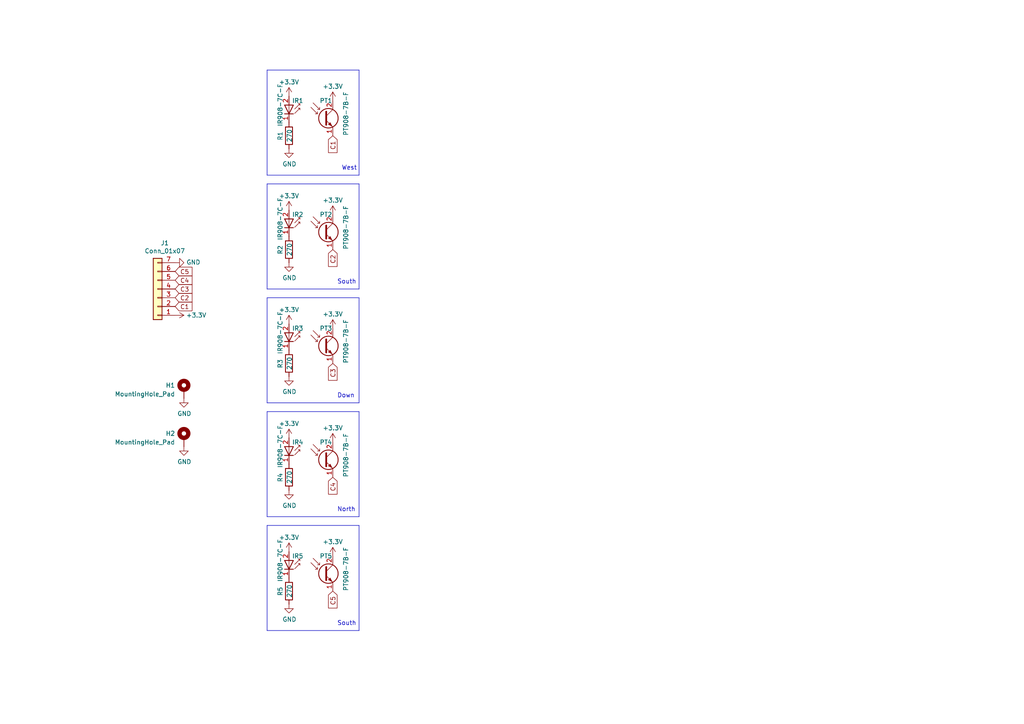
<source format=kicad_sch>
(kicad_sch (version 20250114) (generator "eeschema") (generator_version "9.0")
  (paper "A4")
  (lib_symbols
    (symbol "Connector_Generic:Conn_01x07" (pin_names (offset 1.016) (hide yes))
      (property "Reference" "J" (at 0 10.16 0))
      (property "Value" "Conn_01x07" (at 0 -10.16 0))
      (symbol "Conn_01x07_1_1"
        (rectangle (start -1.27 8.89) (end 1.27 -8.89) (stroke (width 0.254)) (fill (type background)))
        (rectangle (start -1.27 7.747) (end 0 7.493) (stroke (width 0.1524)))
        (rectangle (start -1.27 5.207) (end 0 4.953) (stroke (width 0.1524)))
        (rectangle (start -1.27 2.667) (end 0 2.413) (stroke (width 0.1524)))
        (rectangle (start -1.27 0.127) (end 0 -0.127) (stroke (width 0.1524)))
        (rectangle (start -1.27 -2.413) (end 0 -2.667) (stroke (width 0.1524)))
        (rectangle (start -1.27 -4.953) (end 0 -5.207) (stroke (width 0.1524)))
        (rectangle (start -1.27 -7.493) (end 0 -7.747) (stroke (width 0.1524)))
        (pin passive line (at -5.08 7.62 0) (length 3.81) (name "Pin_1") (number "1"))
        (pin passive line (at -5.08 5.08 0) (length 3.81) (name "Pin_2") (number "2"))
        (pin passive line (at -5.08 2.54 0) (length 3.81) (name "Pin_3") (number "3"))
        (pin passive line (at -5.08 0 0) (length 3.81) (name "Pin_4") (number "4"))
        (pin passive line (at -5.08 -2.54 0) (length 3.81) (name "Pin_5") (number "5"))
        (pin passive line (at -5.08 -5.08 0) (length 3.81) (name "Pin_6") (number "6"))
        (pin passive line (at -5.08 -7.62 0) (length 3.81) (name "Pin_7") (number "7"))
      )
    )
    (symbol "Device:R" (pin_numbers (hide yes)) (pin_names (offset 0))
      (property "Reference" "R" (at 2.032 0 90))
      (property "Value" "R" (at 0 0 90))
      (symbol "R_0_1"
        (rectangle (start -1.016 -2.54) (end 1.016 2.54) (stroke (width 0.254)))
      )
      (symbol "R_1_1"
        (pin passive line (at 0 3.81 270) (length 1.27) (name "~") (number "1"))
        (pin passive line (at 0 -3.81 90) (length 1.27) (name "~") (number "2"))
      )
    )
    (symbol "Mechanical:MountingHole_Pad" (pin_numbers (hide yes)) (pin_names (offset 1.016) (hide yes))
      (property "Reference" "H" (at 0 6.35 0))
      (property "Value" "MountingHole_Pad" (at 0 4.445 0))
      (symbol "MountingHole_Pad_0_1"
        (circle (center 0 1.27) (radius 1.27) (stroke (width 1.27)))
      )
      (symbol "MountingHole_Pad_1_1"
        (pin input line (at 0 -2.54 90) (length 2.54) (name "1") (number "1"))
      )
    )
    (symbol "lalboard:IR908-7C-F" (pin_names (offset 1.016) (hide yes))
      (property "Reference" "D" (at 1.778 3.048 0))
      (property "Value" "IR908-7C-F" (at -1.016 -2.794 0))
      (symbol "IR908-7C-F_0_1"
        (polyline (pts (xy -2.54 1.27) (xy -2.54 -1.27)) (stroke (width 0.254)))
        (polyline (pts (xy -2.54 0) (xy 0 0)))
        (polyline (pts (xy -2.413 1.651) (xy -0.889 3.175) (xy -0.889 2.667) (xy -0.889 3.175) (xy -1.397 3.175)))
        (polyline (pts (xy -1.143 1.651) (xy 0.381 3.175) (xy 0.381 2.667)))
        (polyline (pts (xy 0 -1.27) (xy 0 1.27) (xy -2.54 0) (xy 0 -1.27)) (stroke (width 0.254)))
        (polyline (pts (xy 0.381 3.175) (xy -0.127 3.175)))
      )
      (symbol "IR908-7C-F_1_1"
        (pin passive line (at -5.08 0 0) (length 2.54) (name "K") (number "1"))
        (pin passive line (at 2.54 0 180) (length 2.54) (name "A") (number "2"))
      )
    )
    (symbol "lalboard:PT908-7B-F" (pin_names (offset 0) (hide yes))
      (property "Reference" "Q" (at 5.08 1.27 0))
      (property "Value" "PT908-7B-F" (at 5.08 -1.27 0))
      (symbol "PT908-7B-F_0_1"
        (polyline (pts (xy -3.81 3.175) (xy -1.905 1.27) (xy -1.905 1.905)))
        (polyline (pts (xy -3.175 4.445) (xy -1.27 2.54) (xy -1.27 3.175)))
        (polyline (pts (xy -1.905 1.27) (xy -2.54 1.27)))
        (polyline (pts (xy -1.27 2.54) (xy -1.905 2.54)))
        (polyline (pts (xy 0.635 1.905) (xy 0.635 -1.905) (xy 0.635 -1.905)) (stroke (width 0.508)))
        (polyline (pts (xy 0.635 0.635) (xy 2.54 2.54)))
        (polyline (pts (xy 0.635 -0.635) (xy 2.54 -2.54) (xy 2.54 -2.54)))
        (circle (center 1.27 0) (radius 2.8194) (stroke (width 0.254)))
        (polyline (pts (xy 1.27 -1.778) (xy 1.778 -1.27) (xy 2.286 -2.286) (xy 1.27 -1.778) (xy 1.27 -1.778)) (fill (type outline)))
      )
      (symbol "PT908-7B-F_1_1"
        (pin passive line (at 2.54 5.08 270) (length 2.54) (name "C") (number "2"))
        (pin passive line (at 2.54 -5.08 90) (length 2.54) (name "E") (number "1"))
      )
    )
    (symbol "power:+3.3V" (power) (pin_names (offset 0))
      (property "Value" "+3.3V" (at 0 3.556 0))
      (symbol "+3.3V_0_1"
        (polyline (pts (xy -0.762 1.27) (xy 0 2.54)))
        (polyline (pts (xy 0 2.54) (xy 0.762 1.27)))
        (polyline (pts (xy 0 0) (xy 0 2.54)))
      )
      (symbol "+3.3V_1_1"
        (pin power_in line (at 0 0 90) (length 0) (hide yes) (name "+3.3V") (number "1"))
      )
    )
    (symbol "power:GND" (power) (pin_names (offset 0))
      (property "Value" "GND" (at 0 -3.81 0))
      (symbol "GND_0_1"
        (polyline (pts (xy 0 0) (xy 0 -1.27) (xy 1.27 -1.27) (xy 0 -2.54) (xy -1.27 -1.27) (xy 0 -1.27)))
      )
      (symbol "GND_1_1"
        (pin power_in line (at 0 0 270) (length 0) (hide yes) (name "GND") (number "1"))
      )
    )
  )
  (text "Down" (at 97.79 115.57 0) (effects (font (size 1.27 1.27)) (justify left bottom)))
  (text "North" (at 97.79 148.59 0) (effects (font (size 1.27 1.27)) (justify left bottom)))
  (text "West" (at 99.06 49.53 0) (effects (font (size 1.27 1.27)) (justify left bottom)))
  (text "South" (at 97.79 82.55 0) (effects (font (size 1.27 1.27)) (justify left bottom)))
  (text "South" (at 97.79 181.61 0) (effects (font (size 1.27 1.27)) (justify left bottom)))
  (polyline (pts (xy 77.47 152.4) (xy 104.14 152.4)))
  (polyline (pts (xy 77.47 20.32) (xy 104.14 20.32)))
  (polyline (pts (xy 77.47 119.38) (xy 104.14 119.38)))
  (polyline (pts (xy 77.47 53.34) (xy 104.14 53.34)))
  (polyline (pts (xy 77.47 20.32) (xy 77.47 50.8)))
  (polyline (pts (xy 77.47 86.36) (xy 77.47 116.84)))
  (polyline (pts (xy 104.14 20.32) (xy 104.14 50.8)))
  (polyline (pts (xy 104.14 149.86) (xy 77.47 149.86)))
  (polyline (pts (xy 77.47 152.4) (xy 77.47 182.88)))
  (polyline (pts (xy 77.47 119.38) (xy 77.47 149.86)))
  (polyline (pts (xy 77.47 53.34) (xy 77.47 83.82)))
  (polyline (pts (xy 104.14 119.38) (xy 104.14 149.86)))
  (polyline (pts (xy 104.14 152.4) (xy 104.14 182.88)))
  (polyline (pts (xy 104.14 83.82) (xy 77.47 83.82)))
  (polyline (pts (xy 104.14 86.36) (xy 104.14 116.84)))
  (polyline (pts (xy 104.14 116.84) (xy 77.47 116.84)))
  (polyline (pts (xy 104.14 50.8) (xy 77.47 50.8)))
  (polyline (pts (xy 104.14 182.88) (xy 77.47 182.88)))
  (polyline (pts (xy 104.14 53.34) (xy 104.14 83.82)))
  (polyline (pts (xy 77.47 86.36) (xy 104.14 86.36)))
  (global_label "C5" (shape input) (at 96.52 171.45 270) (property "Intersheetrefs" "${INTERSHEET_REFS}" (effects (hide yes))))
  (global_label "C1" (shape input) (at 50.8 88.9 0) (property "Intersheetrefs" "${INTERSHEET_REFS}" (effects (hide yes))))
  (global_label "C2" (shape input) (at 96.52 72.39 270) (property "Intersheetrefs" "${INTERSHEET_REFS}" (effects (hide yes))))
  (global_label "C3" (shape input) (at 50.8 83.82 0) (property "Intersheetrefs" "${INTERSHEET_REFS}" (effects (hide yes))))
  (global_label "C4" (shape input) (at 50.8 81.28 0) (property "Intersheetrefs" "${INTERSHEET_REFS}" (effects (hide yes))))
  (global_label "C5" (shape input) (at 50.8 78.74 0) (property "Intersheetrefs" "${INTERSHEET_REFS}" (effects (hide yes))))
  (global_label "C3" (shape input) (at 96.52 105.41 270) (property "Intersheetrefs" "${INTERSHEET_REFS}" (effects (hide yes))))
  (global_label "C2" (shape input) (at 50.8 86.36 0) (property "Intersheetrefs" "${INTERSHEET_REFS}" (effects (hide yes))))
  (global_label "C4" (shape input) (at 96.52 138.43 270) (property "Intersheetrefs" "${INTERSHEET_REFS}" (effects (hide yes))))
  (global_label "C1" (shape input) (at 96.52 39.37 270) (property "Intersheetrefs" "${INTERSHEET_REFS}" (effects (hide yes))))
  (symbol (lib_id "Connector_Generic:Conn_01x07") (at 45.72 83.82 180) (unit 1)
    (property "Reference" "J1" (at 47.8028 70.485 0))
    (property "Value" "Conn_01x07" (at 47.8028 72.7964 0))
    (property "Footprint" "lalboard:JST_ZH_S7B-ZR_1x07_P1.50mm_Horizontal" (effects (hide yes)))
  )
  (symbol (lib_id "lalboard:IR908-7C-F") (at 83.82 30.48 270) (mirror x) (unit 1)
    (property "Reference" "IR1" (at 86.36 29.21 90))
    (property "Value" "IR908-7C-F" (at 81.28 30.48 0))
    (property "Footprint" "lalboard:IR908-7C-F" (effects (hide yes)))
    (property "Datasheet" "https://www.everlight.com/file/ProductFile/201407052136280483.pdf" (effects (hide yes)))
  )
  (symbol (lib_id "lalboard:PT908-7B-F") (at 93.98 34.29 0) (unit 1)
    (property "Reference" "PT1" (at 92.71 29.21 0) (effects (justify left)))
    (property "Value" "PT908-7B-F" (at 100.33 39.37 90) (effects (justify left)))
    (property "Footprint" "lalboard:PT908-7C-F" (effects (hide yes)))
    (property "Datasheet" "https://www.everlight.com/file/ProductFile/PT908-7B-F.pdf" (effects (hide yes)))
  )
  (symbol (lib_id "Device:R") (at 83.82 39.37 180) (unit 1)
    (property "Reference" "R1" (at 81.28 38.1 90) (effects (justify left)))
    (property "Value" "270" (at 83.9724 37.4396 90) (effects (justify left)))
    (property "Footprint" "Resistor_SMD:R_0805_2012Metric_Pad1.20x1.40mm_HandSolder" (effects (hide yes)))
  )
  (symbol (lib_id "power:GND") (at 83.82 43.18 0) (unit 1)
    (property "Reference" "#PWR03" (effects (hide yes)))
    (property "Value" "GND" (at 83.947 47.5742 0))
  )
  (symbol (lib_id "power:GND") (at 50.8 76.2 90) (unit 1)
    (property "Reference" "#PWR01" (effects (hide yes)))
    (property "Value" "GND" (at 54.0512 76.073 90) (effects (justify right)))
  )
  (symbol (lib_id "lalboard:PT908-7B-F") (at 93.98 67.31 0) (unit 1)
    (property "Reference" "PT2" (at 92.71 62.23 0) (effects (justify left)))
    (property "Value" "PT908-7B-F" (at 100.33 72.39 90) (effects (justify left)))
    (property "Footprint" "lalboard:PT908-7C-F" (effects (hide yes)))
    (property "Datasheet" "https://www.everlight.com/file/ProductFile/PT908-7B-F.pdf" (effects (hide yes)))
  )
  (symbol (lib_id "Device:R") (at 83.82 72.39 180) (unit 1)
    (property "Reference" "R2" (at 81.28 71.12 90) (effects (justify left)))
    (property "Value" "270" (at 83.9724 70.4596 90) (effects (justify left)))
    (property "Footprint" "Resistor_SMD:R_0805_2012Metric_Pad1.20x1.40mm_HandSolder" (effects (hide yes)))
  )
  (symbol (lib_id "lalboard:IR908-7C-F") (at 83.82 63.5 270) (mirror x) (unit 1)
    (property "Reference" "IR2" (at 86.36 62.23 90))
    (property "Value" "IR908-7C-F" (at 81.28 63.5 0))
    (property "Footprint" "lalboard:IR908-7C-F" (effects (hide yes)))
    (property "Datasheet" "https://www.everlight.com/file/ProductFile/201407052136280483.pdf" (effects (hide yes)))
  )
  (symbol (lib_id "power:GND") (at 83.82 76.2 0) (unit 1)
    (property "Reference" "#PWR0102" (effects (hide yes)))
    (property "Value" "GND" (at 83.947 80.5942 0))
  )
  (symbol (lib_id "lalboard:PT908-7B-F") (at 93.98 100.33 0) (unit 1)
    (property "Reference" "PT3" (at 92.71 95.25 0) (effects (justify left)))
    (property "Value" "PT908-7B-F" (at 100.33 105.41 90) (effects (justify left)))
    (property "Footprint" "lalboard:PT908-7C-F" (effects (hide yes)))
    (property "Datasheet" "https://www.everlight.com/file/ProductFile/PT908-7B-F.pdf" (effects (hide yes)))
  )
  (symbol (lib_id "Device:R") (at 83.82 105.41 180) (unit 1)
    (property "Reference" "R3" (at 81.28 104.14 90) (effects (justify left)))
    (property "Value" "270" (at 83.9724 103.4796 90) (effects (justify left)))
    (property "Footprint" "Resistor_SMD:R_0805_2012Metric_Pad1.20x1.40mm_HandSolder" (effects (hide yes)))
  )
  (symbol (lib_id "lalboard:IR908-7C-F") (at 83.82 96.52 270) (mirror x) (unit 1)
    (property "Reference" "IR3" (at 86.36 95.25 90))
    (property "Value" "IR908-7C-F" (at 81.28 96.52 0))
    (property "Footprint" "lalboard:IR908-7C-F" (effects (hide yes)))
    (property "Datasheet" "https://www.everlight.com/file/ProductFile/201407052136280483.pdf" (effects (hide yes)))
  )
  (symbol (lib_id "power:GND") (at 83.82 109.22 0) (unit 1)
    (property "Reference" "#PWR0105" (effects (hide yes)))
    (property "Value" "GND" (at 83.947 113.6142 0))
  )
  (symbol (lib_id "lalboard:PT908-7B-F") (at 93.98 133.35 0) (unit 1)
    (property "Reference" "PT4" (at 92.71 128.27 0) (effects (justify left)))
    (property "Value" "PT908-7B-F" (at 100.33 138.43 90) (effects (justify left)))
    (property "Footprint" "lalboard:PT908-7C-F" (effects (hide yes)))
    (property "Datasheet" "https://www.everlight.com/file/ProductFile/PT908-7B-F.pdf" (effects (hide yes)))
  )
  (symbol (lib_id "Device:R") (at 83.82 138.43 180) (unit 1)
    (property "Reference" "R4" (at 81.28 137.16 90) (effects (justify left)))
    (property "Value" "270" (at 83.9724 136.4996 90) (effects (justify left)))
    (property "Footprint" "Resistor_SMD:R_0805_2012Metric_Pad1.20x1.40mm_HandSolder" (effects (hide yes)))
  )
  (symbol (lib_id "lalboard:IR908-7C-F") (at 83.82 129.54 270) (mirror x) (unit 1)
    (property "Reference" "IR4" (at 86.36 128.27 90))
    (property "Value" "IR908-7C-F" (at 81.28 129.54 0))
    (property "Footprint" "lalboard:IR908-7C-F" (effects (hide yes)))
    (property "Datasheet" "https://www.everlight.com/file/ProductFile/201407052136280483.pdf" (effects (hide yes)))
  )
  (symbol (lib_id "power:GND") (at 83.82 142.24 0) (unit 1)
    (property "Reference" "#PWR0108" (effects (hide yes)))
    (property "Value" "GND" (at 83.947 146.6342 0))
  )
  (symbol (lib_id "lalboard:PT908-7B-F") (at 93.98 166.37 0) (unit 1)
    (property "Reference" "PT5" (at 92.71 161.29 0) (effects (justify left)))
    (property "Value" "PT908-7B-F" (at 100.33 171.45 90) (effects (justify left)))
    (property "Footprint" "lalboard:PT908-7C-F" (effects (hide yes)))
    (property "Datasheet" "https://www.everlight.com/file/ProductFile/PT908-7B-F.pdf" (effects (hide yes)))
  )
  (symbol (lib_id "Device:R") (at 83.82 171.45 180) (unit 1)
    (property "Reference" "R5" (at 81.28 170.18 90) (effects (justify left)))
    (property "Value" "270" (at 83.9724 169.5196 90) (effects (justify left)))
    (property "Footprint" "Resistor_SMD:R_0805_2012Metric_Pad1.20x1.40mm_HandSolder" (effects (hide yes)))
  )
  (symbol (lib_id "lalboard:IR908-7C-F") (at 83.82 162.56 270) (mirror x) (unit 1)
    (property "Reference" "IR5" (at 86.36 161.29 90))
    (property "Value" "IR908-7C-F" (at 81.28 162.56 0))
    (property "Footprint" "lalboard:IR908-7C-F" (effects (hide yes)))
    (property "Datasheet" "https://www.everlight.com/file/ProductFile/201407052136280483.pdf" (effects (hide yes)))
  )
  (symbol (lib_id "power:GND") (at 83.82 175.26 0) (unit 1)
    (property "Reference" "#PWR0111" (effects (hide yes)))
    (property "Value" "GND" (at 83.947 179.6542 0))
  )
  (symbol (lib_id "power:+3.3V") (at 96.52 29.21 0) (unit 1)
    (property "Reference" "#PWR05" (effects (hide yes)))
    (property "Value" "+3.3V" (at 96.52 25.0769 0))
  )
  (symbol (lib_id "power:+3.3V") (at 83.82 60.96 0) (unit 1)
    (property "Reference" "#PWR06" (effects (hide yes)))
    (property "Value" "+3.3V" (at 83.82 56.8269 0))
  )
  (symbol (lib_id "power:+3.3V") (at 96.52 161.29 0) (unit 1)
    (property "Reference" "#PWR013" (effects (hide yes)))
    (property "Value" "+3.3V" (at 96.52 157.1569 0))
  )
  (symbol (lib_id "power:+3.3V") (at 83.82 93.98 0) (unit 1)
    (property "Reference" "#PWR08" (effects (hide yes)))
    (property "Value" "+3.3V" (at 83.82 89.8469 0))
  )
  (symbol (lib_id "Mechanical:MountingHole_Pad") (at 53.34 113.03 0) (unit 1)
    (property "Reference" "H1" (at 50.8 111.76 0) (effects (justify right)))
    (property "Value" "MountingHole_Pad" (at 50.8 114.3 0) (effects (justify right)))
    (property "Footprint" "MountingHole:MountingHole_2.2mm_M2_DIN965_Pad" (effects (hide yes)))
  )
  (symbol (lib_id "power:+3.3V") (at 96.52 128.27 0) (unit 1)
    (property "Reference" "#PWR011" (effects (hide yes)))
    (property "Value" "+3.3V" (at 96.52 124.1369 0))
  )
  (symbol (lib_id "Mechanical:MountingHole_Pad") (at 53.34 127 0) (unit 1)
    (property "Reference" "H2" (at 50.8 125.73 0) (effects (justify right)))
    (property "Value" "MountingHole_Pad" (at 50.8 128.27 0) (effects (justify right)))
    (property "Footprint" "MountingHole:MountingHole_2.2mm_M2_DIN965_Pad" (effects (hide yes)))
  )
  (symbol (lib_id "power:GND") (at 53.34 115.57 0) (unit 1)
    (property "Reference" "#PWR?" (effects (hide yes)))
    (property "Value" "GND" (at 53.467 119.9642 0))
  )
  (symbol (lib_id "power:GND") (at 53.34 129.54 0) (unit 1)
    (property "Reference" "#PWR014" (effects (hide yes)))
    (property "Value" "GND" (at 53.467 133.9342 0))
  )
  (symbol (lib_id "power:+3.3V") (at 83.82 127 0) (unit 1)
    (property "Reference" "#PWR010" (effects (hide yes)))
    (property "Value" "+3.3V" (at 83.82 122.8669 0))
  )
  (symbol (lib_id "power:+3.3V") (at 96.52 95.25 0) (unit 1)
    (property "Reference" "#PWR09" (effects (hide yes)))
    (property "Value" "+3.3V" (at 96.52 91.1169 0))
  )
  (symbol (lib_id "power:+3.3V") (at 50.8 91.44 270) (unit 1)
    (property "Reference" "#PWR02" (effects (hide yes)))
    (property "Value" "+3.3V" (at 53.975 91.44 90) (effects (justify left)))
  )
  (symbol (lib_id "power:+3.3V") (at 83.82 27.94 0) (unit 1)
    (property "Reference" "#PWR04" (effects (hide yes)))
    (property "Value" "+3.3V" (at 83.82 23.8069 0))
  )
  (symbol (lib_id "power:+3.3V") (at 96.52 62.23 0) (unit 1)
    (property "Reference" "#PWR07" (effects (hide yes)))
    (property "Value" "+3.3V" (at 96.52 58.0969 0))
  )
  (symbol (lib_id "power:+3.3V") (at 83.82 160.02 0) (unit 1)
    (property "Reference" "#PWR012" (effects (hide yes)))
    (property "Value" "+3.3V" (at 83.82 155.8869 0))
  )
)
</source>
